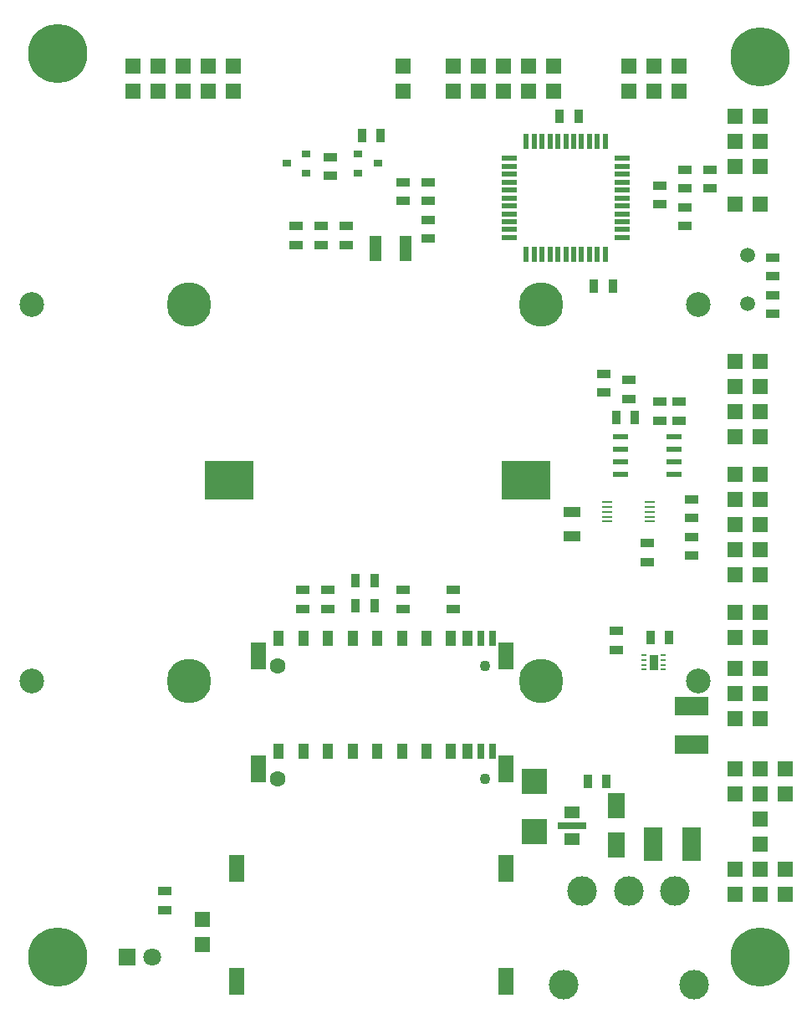
<source format=gbr>
%TF.GenerationSoftware,KiCad,Pcbnew,6.0.4-6f826c9f35~116~ubuntu20.04.1*%
%TF.CreationDate,2022-08-14T20:20:54+00:00*%
%TF.ProjectId,DATALOGGER01A,44415441-4c4f-4474-9745-523031412e6b,REV*%
%TF.SameCoordinates,Original*%
%TF.FileFunction,Soldermask,Bot*%
%TF.FilePolarity,Negative*%
%FSLAX46Y46*%
G04 Gerber Fmt 4.6, Leading zero omitted, Abs format (unit mm)*
G04 Created by KiCad (PCBNEW 6.0.4-6f826c9f35~116~ubuntu20.04.1) date 2022-08-14 20:20:54*
%MOMM*%
%LPD*%
G01*
G04 APERTURE LIST*
%ADD10R,1.524000X1.524000*%
%ADD11C,4.500000*%
%ADD12C,2.500000*%
%ADD13C,6.000000*%
%ADD14R,1.800000X1.800000*%
%ADD15C,1.800000*%
%ADD16C,1.501140*%
%ADD17C,3.000000*%
%ADD18R,1.397000X0.889000*%
%ADD19R,1.100000X0.250000*%
%ADD20R,0.889000X1.397000*%
%ADD21R,2.499360X2.550160*%
%ADD22R,1.500000X1.300000*%
%ADD23R,3.000000X0.700000*%
%ADD24R,1.800860X2.499360*%
%ADD25R,1.900000X3.400000*%
%ADD26C,1.600000*%
%ADD27C,1.100000*%
%ADD28R,1.000000X1.500000*%
%ADD29R,0.700000X1.500000*%
%ADD30R,1.500000X2.800000*%
%ADD31R,0.500000X0.250000*%
%ADD32R,0.900000X1.600000*%
%ADD33R,1.500000X0.550000*%
%ADD34R,0.550000X1.500000*%
%ADD35R,1.800000X1.000000*%
%ADD36R,0.900000X0.800000*%
%ADD37R,3.400000X1.900000*%
%ADD38R,5.000000X4.000000*%
%ADD39R,1.270000X2.540000*%
%ADD40R,1.400000X0.899000*%
%ADD41R,1.400000X0.889000*%
%ADD42R,0.899000X1.400000*%
%ADD43R,0.889000X1.400000*%
%ADD44R,1.550000X0.600000*%
G04 APERTURE END LIST*
D10*
%TO.C,J26*%
X55245000Y92710000D03*
X55245000Y95250000D03*
%TD*%
D11*
%TO.C,BT1*%
X53995000Y71120000D03*
X18395000Y71120000D03*
D12*
X69945000Y71120000D03*
X2445000Y71120000D03*
%TD*%
D10*
%TO.C,J24*%
X50165000Y92710000D03*
X50165000Y95250000D03*
%TD*%
%TO.C,J4*%
X76200000Y46355000D03*
X73660000Y46355000D03*
%TD*%
%TO.C,J22*%
X47625000Y92710000D03*
X47625000Y95250000D03*
%TD*%
%TO.C,J20*%
X73660000Y57785000D03*
X76200000Y57785000D03*
%TD*%
%TO.C,J17*%
X73660000Y65405000D03*
X76200000Y65405000D03*
%TD*%
%TO.C,J19*%
X73660000Y60325000D03*
X76200000Y60325000D03*
%TD*%
%TO.C,J18*%
X73660000Y62865000D03*
X76200000Y62865000D03*
%TD*%
%TO.C,J1*%
X76200000Y43815000D03*
X73660000Y43815000D03*
%TD*%
%TO.C,J2*%
X76200000Y51435000D03*
X73660000Y51435000D03*
%TD*%
%TO.C,J5*%
X76200000Y53975000D03*
X73660000Y53975000D03*
%TD*%
%TO.C,J6*%
X73660000Y21590000D03*
X73660000Y24130000D03*
X76200000Y21590000D03*
X76200000Y24130000D03*
X78740000Y21590000D03*
X78740000Y24130000D03*
%TD*%
%TO.C,J8*%
X76200000Y81280000D03*
X73660000Y81280000D03*
%TD*%
%TO.C,J9*%
X40005000Y92710000D03*
X40005000Y95250000D03*
%TD*%
%TO.C,J10*%
X76200000Y29210000D03*
X73660000Y29210000D03*
X76200000Y31750000D03*
X73660000Y31750000D03*
X76200000Y34290000D03*
X73660000Y34290000D03*
%TD*%
%TO.C,J11*%
X19685000Y8890000D03*
X19685000Y6350000D03*
%TD*%
%TO.C,J21*%
X73660000Y37465000D03*
X76200000Y37465000D03*
%TD*%
%TO.C,J23*%
X45085000Y92710000D03*
X45085000Y95250000D03*
%TD*%
%TO.C,J25*%
X52705000Y92710000D03*
X52705000Y95250000D03*
%TD*%
%TO.C,J27*%
X65405000Y92710000D03*
X65405000Y95250000D03*
%TD*%
%TO.C,J28*%
X67945000Y92710000D03*
X67945000Y95250000D03*
%TD*%
%TO.C,J29*%
X62865000Y92710000D03*
X62865000Y95250000D03*
%TD*%
%TO.C,J30*%
X73660000Y40005000D03*
X76200000Y40005000D03*
%TD*%
%TO.C,J31*%
X76200000Y85090000D03*
X73660000Y85090000D03*
X76200000Y87630000D03*
X73660000Y87630000D03*
X76200000Y90170000D03*
X73660000Y90170000D03*
%TD*%
D13*
%TO.C,M1*%
X76200000Y5080000D03*
%TD*%
%TO.C,M3*%
X5080000Y96520000D03*
%TD*%
%TO.C,M2*%
X5080000Y5080000D03*
%TD*%
%TO.C,M4*%
X76200000Y96200000D03*
%TD*%
D10*
%TO.C,J32*%
X76200000Y16510000D03*
X76200000Y19050000D03*
%TD*%
%TO.C,J33*%
X73660000Y11430000D03*
X73660000Y13970000D03*
X76200000Y11430000D03*
X76200000Y13970000D03*
X78740000Y11430000D03*
X78740000Y13970000D03*
%TD*%
D11*
%TO.C,BT2*%
X18395000Y33020000D03*
X53995000Y33020000D03*
D12*
X69945000Y33020000D03*
X2445000Y33020000D03*
%TD*%
D14*
%TO.C,D3*%
X12065000Y5080000D03*
D15*
X14605000Y5080000D03*
%TD*%
D10*
%TO.C,J3*%
X76200000Y48895000D03*
X73660000Y48895000D03*
%TD*%
D16*
%TO.C,Y1*%
X74930000Y76100940D03*
X74930000Y71219060D03*
%TD*%
D10*
%TO.C,J12*%
X12700000Y92710000D03*
X12700000Y95250000D03*
%TD*%
%TO.C,J16*%
X22860000Y92710000D03*
X22860000Y95250000D03*
%TD*%
%TO.C,J15*%
X20320000Y92710000D03*
X20320000Y95250000D03*
%TD*%
%TO.C,J14*%
X17780000Y92710000D03*
X17780000Y95250000D03*
%TD*%
%TO.C,J13*%
X15240000Y92710000D03*
X15240000Y95250000D03*
%TD*%
D17*
%TO.C,SW1*%
X58165000Y11816000D03*
X62865000Y11816000D03*
X67565000Y11816000D03*
X56260000Y2286000D03*
X69470000Y2286000D03*
%TD*%
D18*
%TO.C,C18*%
X64770000Y46990000D03*
X64770000Y45085000D03*
%TD*%
%TO.C,R1*%
X29845000Y40322500D03*
X29845000Y42227500D03*
%TD*%
%TO.C,C7*%
X61595000Y36195000D03*
X61595000Y38100000D03*
%TD*%
%TO.C,R4*%
X45085000Y40322500D03*
X45085000Y42227500D03*
%TD*%
%TO.C,C8*%
X77470000Y70167500D03*
X77470000Y72072500D03*
%TD*%
%TO.C,C5*%
X77470000Y75882500D03*
X77470000Y73977500D03*
%TD*%
%TO.C,C16*%
X71120000Y84772500D03*
X71120000Y82867500D03*
%TD*%
%TO.C,C17*%
X42545000Y83502500D03*
X42545000Y81597500D03*
%TD*%
%TO.C,R8*%
X68580000Y80962500D03*
X68580000Y79057500D03*
%TD*%
%TO.C,R9*%
X68580000Y84772500D03*
X68580000Y82867500D03*
%TD*%
D19*
%TO.C,U4*%
X60715000Y49165000D03*
X60715000Y49665000D03*
X60715000Y50165000D03*
X60715000Y50665000D03*
X60715000Y51165000D03*
X65015000Y51165000D03*
X65015000Y50665000D03*
X65015000Y50165000D03*
X65015000Y49665000D03*
X65015000Y49165000D03*
%TD*%
D18*
%TO.C,C1*%
X29210000Y77152500D03*
X29210000Y79057500D03*
%TD*%
%TO.C,C2*%
X31750000Y77152500D03*
X31750000Y79057500D03*
%TD*%
%TO.C,C3*%
X34290000Y77152500D03*
X34290000Y79057500D03*
%TD*%
D20*
%TO.C,C4*%
X35877500Y88265000D03*
X37782500Y88265000D03*
%TD*%
D18*
%TO.C,C6*%
X42545000Y77787500D03*
X42545000Y79692500D03*
%TD*%
D21*
%TO.C,C9*%
X53340000Y17795240D03*
X53340000Y22844760D03*
%TD*%
D22*
%TO.C,C10*%
X57150000Y17065000D03*
D23*
X57150000Y18415000D03*
D22*
X57150000Y19765000D03*
%TD*%
D20*
%TO.C,C11*%
X37147500Y43180000D03*
X35242500Y43180000D03*
%TD*%
%TO.C,C12*%
X66992500Y37465000D03*
X65087500Y37465000D03*
%TD*%
%TO.C,C13*%
X58737500Y22860000D03*
X60642500Y22860000D03*
%TD*%
D18*
%TO.C,C14*%
X40005000Y83502500D03*
X40005000Y81597500D03*
%TD*%
D20*
%TO.C,C15*%
X37147500Y40640000D03*
X35242500Y40640000D03*
%TD*%
D24*
%TO.C,D2*%
X61595000Y16416020D03*
X61595000Y20413980D03*
%TD*%
D25*
%TO.C,F1*%
X65360000Y16510000D03*
X69260000Y16510000D03*
%TD*%
D26*
%TO.C,J7*%
X27330000Y34575000D03*
D27*
X48330000Y34575000D03*
D28*
X29955000Y37375000D03*
X32455000Y37375000D03*
X34955000Y37375000D03*
X37455000Y37375000D03*
X39955000Y37375000D03*
X42455000Y37375000D03*
X44885000Y37375000D03*
X46585000Y37375000D03*
X27455000Y37375000D03*
D29*
X47885000Y37375000D03*
X49085000Y37375000D03*
D30*
X23180000Y14075000D03*
X50480000Y35575000D03*
X50480000Y14075000D03*
X25380000Y35575000D03*
%TD*%
D18*
%TO.C,R2*%
X32385000Y40322500D03*
X32385000Y42227500D03*
%TD*%
%TO.C,R3*%
X40005000Y40322500D03*
X40005000Y42227500D03*
%TD*%
%TO.C,R5*%
X32702500Y86042500D03*
X32702500Y84137500D03*
%TD*%
%TO.C,R6*%
X69215000Y45720000D03*
X69215000Y47625000D03*
%TD*%
%TO.C,R7*%
X69215000Y51435000D03*
X69215000Y49530000D03*
%TD*%
D31*
%TO.C,U2*%
X64455000Y34175000D03*
X64455000Y34675000D03*
X64455000Y35175000D03*
X64455000Y35675000D03*
X66355000Y35675000D03*
X66355000Y35175000D03*
X66355000Y34675000D03*
X66355000Y34175000D03*
D32*
X65405000Y34925000D03*
%TD*%
D33*
%TO.C,U3*%
X62215000Y85915000D03*
X62215000Y85115000D03*
X62215000Y84315000D03*
X62215000Y83515000D03*
X62215000Y82715000D03*
X62215000Y81915000D03*
X62215000Y81115000D03*
X62215000Y80315000D03*
X62215000Y79515000D03*
X62215000Y78715000D03*
X62215000Y77915000D03*
D34*
X60515000Y76215000D03*
X59715000Y76215000D03*
X58915000Y76215000D03*
X58115000Y76215000D03*
X57315000Y76215000D03*
X56515000Y76215000D03*
X55715000Y76215000D03*
X54915000Y76215000D03*
X54115000Y76215000D03*
X53315000Y76215000D03*
X52515000Y76215000D03*
D33*
X50815000Y77915000D03*
X50815000Y78715000D03*
X50815000Y79515000D03*
X50815000Y80315000D03*
X50815000Y81115000D03*
X50815000Y81915000D03*
X50815000Y82715000D03*
X50815000Y83515000D03*
X50815000Y84315000D03*
X50815000Y85115000D03*
X50815000Y85915000D03*
D34*
X52515000Y87615000D03*
X53315000Y87615000D03*
X54115000Y87615000D03*
X54915000Y87615000D03*
X55715000Y87615000D03*
X56515000Y87615000D03*
X57315000Y87615000D03*
X58115000Y87615000D03*
X58915000Y87615000D03*
X59715000Y87615000D03*
X60515000Y87615000D03*
%TD*%
D35*
%TO.C,Y2*%
X57150000Y50165000D03*
X57150000Y47665000D03*
%TD*%
D36*
%TO.C,U1*%
X35512500Y84457500D03*
X35512500Y86357500D03*
X37512500Y85407500D03*
%TD*%
D18*
%TO.C,R10*%
X15875000Y9842500D03*
X15875000Y11747500D03*
%TD*%
D37*
%TO.C,F2*%
X69215000Y26625000D03*
X69215000Y30525000D03*
%TD*%
D38*
%TO.C,BT3*%
X52465000Y53340000D03*
X22465000Y53340000D03*
%TD*%
D36*
%TO.C,U5*%
X30257500Y86357500D03*
X30257500Y84457500D03*
X28257500Y85407500D03*
%TD*%
D39*
%TO.C,L1*%
X37211000Y76835000D03*
X40259000Y76835000D03*
%TD*%
D20*
%TO.C,C19*%
X55880000Y90170000D03*
X57785000Y90170000D03*
%TD*%
%TO.C,C20*%
X59372500Y73025000D03*
X61277500Y73025000D03*
%TD*%
D18*
%TO.C,C21*%
X66040000Y83185000D03*
X66040000Y81280000D03*
%TD*%
D26*
%TO.C,J34*%
X27330000Y23145000D03*
D27*
X48330000Y23145000D03*
D28*
X29955000Y25945000D03*
X32455000Y25945000D03*
X34955000Y25945000D03*
X37455000Y25945000D03*
X39955000Y25945000D03*
X42455000Y25945000D03*
X44885000Y25945000D03*
X46585000Y25945000D03*
X27455000Y25945000D03*
D29*
X47885000Y25945000D03*
X49085000Y25945000D03*
D30*
X23180000Y2645000D03*
X50480000Y2645000D03*
X50480000Y24145000D03*
X25380000Y24145000D03*
%TD*%
D40*
%TO.C,C22*%
X60325000Y62230000D03*
D41*
X60325000Y64135000D03*
%TD*%
D40*
%TO.C,R11*%
X66040000Y61277500D03*
D41*
X66040000Y59372500D03*
%TD*%
D40*
%TO.C,R12*%
X67945000Y61277500D03*
D41*
X67945000Y59372500D03*
%TD*%
D40*
%TO.C,R15*%
X62865000Y63500000D03*
D41*
X62865000Y61595000D03*
%TD*%
D42*
%TO.C,R16*%
X63500000Y59690000D03*
D43*
X61595000Y59690000D03*
%TD*%
D44*
%TO.C,U6*%
X67470000Y57785000D03*
X67470000Y56515000D03*
X67470000Y55245000D03*
X67470000Y53975000D03*
X62070000Y53975000D03*
X62070000Y55245000D03*
X62070000Y56515000D03*
X62070000Y57785000D03*
%TD*%
M02*

</source>
